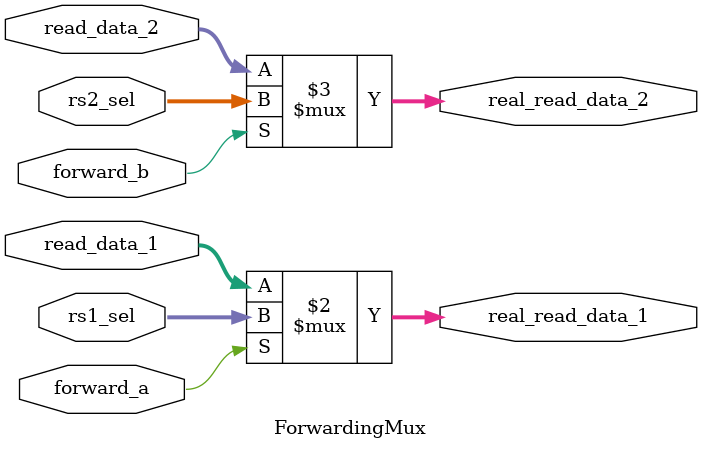
<source format=sv>
module ForwardingMux(
    input logic forward_a,
    input logic forward_b,
    input logic [63:0] read_data_1,
    input logic [63:0] read_data_2,
    input logic [63:0] rs1_sel,
    input logic [63:0] rs2_sel,

    output logic [63:0] real_read_data_1,
    output logic [63:0] real_read_data_2
);

    always_comb begin
        real_read_data_1 = forward_a ? rs1_sel : read_data_1;
        real_read_data_2 = forward_b ? rs2_sel : read_data_2;
    end
endmodule
</source>
